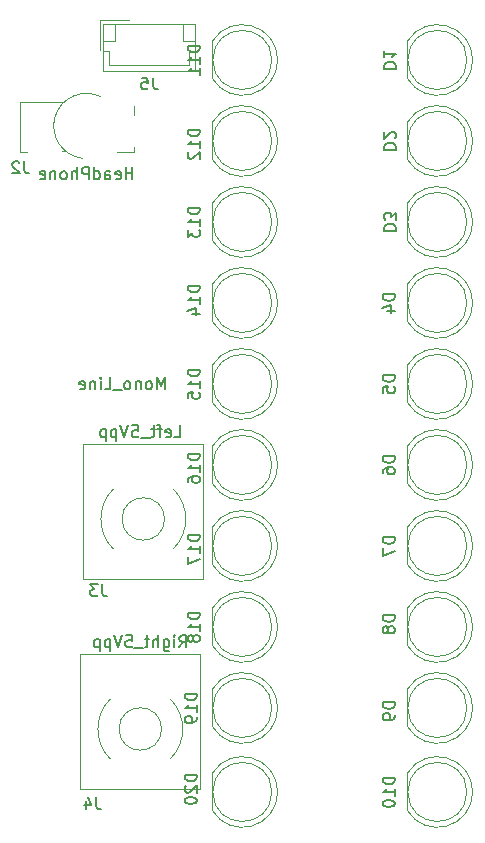
<source format=gbr>
%TF.GenerationSoftware,KiCad,Pcbnew,(5.1.10)-1*%
%TF.CreationDate,2022-02-04T18:43:22-05:00*%
%TF.ProjectId,OutputBoard_2,4f757470-7574-4426-9f61-72645f322e6b,rev?*%
%TF.SameCoordinates,Original*%
%TF.FileFunction,Legend,Bot*%
%TF.FilePolarity,Positive*%
%FSLAX46Y46*%
G04 Gerber Fmt 4.6, Leading zero omitted, Abs format (unit mm)*
G04 Created by KiCad (PCBNEW (5.1.10)-1) date 2022-02-04 18:43:22*
%MOMM*%
%LPD*%
G01*
G04 APERTURE LIST*
%ADD10C,0.150000*%
%ADD11C,0.120000*%
G04 APERTURE END LIST*
D10*
X66134761Y-63190380D02*
X66134761Y-62190380D01*
X66134761Y-62666571D02*
X65563333Y-62666571D01*
X65563333Y-63190380D02*
X65563333Y-62190380D01*
X64706190Y-63142761D02*
X64801428Y-63190380D01*
X64991904Y-63190380D01*
X65087142Y-63142761D01*
X65134761Y-63047523D01*
X65134761Y-62666571D01*
X65087142Y-62571333D01*
X64991904Y-62523714D01*
X64801428Y-62523714D01*
X64706190Y-62571333D01*
X64658571Y-62666571D01*
X64658571Y-62761809D01*
X65134761Y-62857047D01*
X63801428Y-63190380D02*
X63801428Y-62666571D01*
X63849047Y-62571333D01*
X63944285Y-62523714D01*
X64134761Y-62523714D01*
X64230000Y-62571333D01*
X63801428Y-63142761D02*
X63896666Y-63190380D01*
X64134761Y-63190380D01*
X64230000Y-63142761D01*
X64277619Y-63047523D01*
X64277619Y-62952285D01*
X64230000Y-62857047D01*
X64134761Y-62809428D01*
X63896666Y-62809428D01*
X63801428Y-62761809D01*
X62896666Y-63190380D02*
X62896666Y-62190380D01*
X62896666Y-63142761D02*
X62991904Y-63190380D01*
X63182380Y-63190380D01*
X63277619Y-63142761D01*
X63325238Y-63095142D01*
X63372857Y-62999904D01*
X63372857Y-62714190D01*
X63325238Y-62618952D01*
X63277619Y-62571333D01*
X63182380Y-62523714D01*
X62991904Y-62523714D01*
X62896666Y-62571333D01*
X62420476Y-63190380D02*
X62420476Y-62190380D01*
X62039523Y-62190380D01*
X61944285Y-62238000D01*
X61896666Y-62285619D01*
X61849047Y-62380857D01*
X61849047Y-62523714D01*
X61896666Y-62618952D01*
X61944285Y-62666571D01*
X62039523Y-62714190D01*
X62420476Y-62714190D01*
X61420476Y-63190380D02*
X61420476Y-62190380D01*
X60991904Y-63190380D02*
X60991904Y-62666571D01*
X61039523Y-62571333D01*
X61134761Y-62523714D01*
X61277619Y-62523714D01*
X61372857Y-62571333D01*
X61420476Y-62618952D01*
X60372857Y-63190380D02*
X60468095Y-63142761D01*
X60515714Y-63095142D01*
X60563333Y-62999904D01*
X60563333Y-62714190D01*
X60515714Y-62618952D01*
X60468095Y-62571333D01*
X60372857Y-62523714D01*
X60230000Y-62523714D01*
X60134761Y-62571333D01*
X60087142Y-62618952D01*
X60039523Y-62714190D01*
X60039523Y-62999904D01*
X60087142Y-63095142D01*
X60134761Y-63142761D01*
X60230000Y-63190380D01*
X60372857Y-63190380D01*
X59610952Y-62523714D02*
X59610952Y-63190380D01*
X59610952Y-62618952D02*
X59563333Y-62571333D01*
X59468095Y-62523714D01*
X59325238Y-62523714D01*
X59230000Y-62571333D01*
X59182380Y-62666571D01*
X59182380Y-63190380D01*
X58325238Y-63142761D02*
X58420476Y-63190380D01*
X58610952Y-63190380D01*
X58706190Y-63142761D01*
X58753809Y-63047523D01*
X58753809Y-62666571D01*
X58706190Y-62571333D01*
X58610952Y-62523714D01*
X58420476Y-62523714D01*
X58325238Y-62571333D01*
X58277619Y-62666571D01*
X58277619Y-62761809D01*
X58753809Y-62857047D01*
X68873238Y-80970380D02*
X68873238Y-79970380D01*
X68539904Y-80684666D01*
X68206571Y-79970380D01*
X68206571Y-80970380D01*
X67587523Y-80970380D02*
X67682761Y-80922761D01*
X67730380Y-80875142D01*
X67778000Y-80779904D01*
X67778000Y-80494190D01*
X67730380Y-80398952D01*
X67682761Y-80351333D01*
X67587523Y-80303714D01*
X67444666Y-80303714D01*
X67349428Y-80351333D01*
X67301809Y-80398952D01*
X67254190Y-80494190D01*
X67254190Y-80779904D01*
X67301809Y-80875142D01*
X67349428Y-80922761D01*
X67444666Y-80970380D01*
X67587523Y-80970380D01*
X66825619Y-80303714D02*
X66825619Y-80970380D01*
X66825619Y-80398952D02*
X66778000Y-80351333D01*
X66682761Y-80303714D01*
X66539904Y-80303714D01*
X66444666Y-80351333D01*
X66397047Y-80446571D01*
X66397047Y-80970380D01*
X65778000Y-80970380D02*
X65873238Y-80922761D01*
X65920857Y-80875142D01*
X65968476Y-80779904D01*
X65968476Y-80494190D01*
X65920857Y-80398952D01*
X65873238Y-80351333D01*
X65778000Y-80303714D01*
X65635142Y-80303714D01*
X65539904Y-80351333D01*
X65492285Y-80398952D01*
X65444666Y-80494190D01*
X65444666Y-80779904D01*
X65492285Y-80875142D01*
X65539904Y-80922761D01*
X65635142Y-80970380D01*
X65778000Y-80970380D01*
X65254190Y-81065619D02*
X64492285Y-81065619D01*
X63777999Y-80970380D02*
X64254190Y-80970380D01*
X64254190Y-79970380D01*
X63444666Y-80970380D02*
X63444666Y-80303714D01*
X63444666Y-79970380D02*
X63492285Y-80018000D01*
X63444666Y-80065619D01*
X63397047Y-80018000D01*
X63444666Y-79970380D01*
X63444666Y-80065619D01*
X62968476Y-80303714D02*
X62968476Y-80970380D01*
X62968476Y-80398952D02*
X62920857Y-80351333D01*
X62825619Y-80303714D01*
X62682761Y-80303714D01*
X62587523Y-80351333D01*
X62539904Y-80446571D01*
X62539904Y-80970380D01*
X61682761Y-80922761D02*
X61777999Y-80970380D01*
X61968476Y-80970380D01*
X62063714Y-80922761D01*
X62111333Y-80827523D01*
X62111333Y-80446571D01*
X62063714Y-80351333D01*
X61968476Y-80303714D01*
X61777999Y-80303714D01*
X61682761Y-80351333D01*
X61635142Y-80446571D01*
X61635142Y-80541809D01*
X62111333Y-80637047D01*
X70111523Y-102814380D02*
X70444857Y-102338190D01*
X70682952Y-102814380D02*
X70682952Y-101814380D01*
X70302000Y-101814380D01*
X70206761Y-101862000D01*
X70159142Y-101909619D01*
X70111523Y-102004857D01*
X70111523Y-102147714D01*
X70159142Y-102242952D01*
X70206761Y-102290571D01*
X70302000Y-102338190D01*
X70682952Y-102338190D01*
X69682952Y-102814380D02*
X69682952Y-102147714D01*
X69682952Y-101814380D02*
X69730571Y-101862000D01*
X69682952Y-101909619D01*
X69635333Y-101862000D01*
X69682952Y-101814380D01*
X69682952Y-101909619D01*
X68778190Y-102147714D02*
X68778190Y-102957238D01*
X68825809Y-103052476D01*
X68873428Y-103100095D01*
X68968666Y-103147714D01*
X69111523Y-103147714D01*
X69206761Y-103100095D01*
X68778190Y-102766761D02*
X68873428Y-102814380D01*
X69063904Y-102814380D01*
X69159142Y-102766761D01*
X69206761Y-102719142D01*
X69254380Y-102623904D01*
X69254380Y-102338190D01*
X69206761Y-102242952D01*
X69159142Y-102195333D01*
X69063904Y-102147714D01*
X68873428Y-102147714D01*
X68778190Y-102195333D01*
X68302000Y-102814380D02*
X68302000Y-101814380D01*
X67873428Y-102814380D02*
X67873428Y-102290571D01*
X67921047Y-102195333D01*
X68016285Y-102147714D01*
X68159142Y-102147714D01*
X68254380Y-102195333D01*
X68302000Y-102242952D01*
X67540095Y-102147714D02*
X67159142Y-102147714D01*
X67397238Y-101814380D02*
X67397238Y-102671523D01*
X67349619Y-102766761D01*
X67254380Y-102814380D01*
X67159142Y-102814380D01*
X67063904Y-102909619D02*
X66302000Y-102909619D01*
X65587714Y-101814380D02*
X66063904Y-101814380D01*
X66111523Y-102290571D01*
X66063904Y-102242952D01*
X65968666Y-102195333D01*
X65730571Y-102195333D01*
X65635333Y-102242952D01*
X65587714Y-102290571D01*
X65540095Y-102385809D01*
X65540095Y-102623904D01*
X65587714Y-102719142D01*
X65635333Y-102766761D01*
X65730571Y-102814380D01*
X65968666Y-102814380D01*
X66063904Y-102766761D01*
X66111523Y-102719142D01*
X65254380Y-101814380D02*
X64921047Y-102814380D01*
X64587714Y-101814380D01*
X64254380Y-102147714D02*
X64254380Y-103147714D01*
X64254380Y-102195333D02*
X64159142Y-102147714D01*
X63968666Y-102147714D01*
X63873428Y-102195333D01*
X63825809Y-102242952D01*
X63778190Y-102338190D01*
X63778190Y-102623904D01*
X63825809Y-102719142D01*
X63873428Y-102766761D01*
X63968666Y-102814380D01*
X64159142Y-102814380D01*
X64254380Y-102766761D01*
X63349619Y-102147714D02*
X63349619Y-103147714D01*
X63349619Y-102195333D02*
X63254380Y-102147714D01*
X63063904Y-102147714D01*
X62968666Y-102195333D01*
X62921047Y-102242952D01*
X62873428Y-102338190D01*
X62873428Y-102623904D01*
X62921047Y-102719142D01*
X62968666Y-102766761D01*
X63063904Y-102814380D01*
X63254380Y-102814380D01*
X63349619Y-102766761D01*
X69682952Y-85034380D02*
X70159142Y-85034380D01*
X70159142Y-84034380D01*
X68968666Y-84986761D02*
X69063904Y-85034380D01*
X69254380Y-85034380D01*
X69349619Y-84986761D01*
X69397238Y-84891523D01*
X69397238Y-84510571D01*
X69349619Y-84415333D01*
X69254380Y-84367714D01*
X69063904Y-84367714D01*
X68968666Y-84415333D01*
X68921047Y-84510571D01*
X68921047Y-84605809D01*
X69397238Y-84701047D01*
X68635333Y-84367714D02*
X68254380Y-84367714D01*
X68492476Y-85034380D02*
X68492476Y-84177238D01*
X68444857Y-84082000D01*
X68349619Y-84034380D01*
X68254380Y-84034380D01*
X68063904Y-84367714D02*
X67682952Y-84367714D01*
X67921047Y-84034380D02*
X67921047Y-84891523D01*
X67873428Y-84986761D01*
X67778190Y-85034380D01*
X67682952Y-85034380D01*
X67587714Y-85129619D02*
X66825809Y-85129619D01*
X66111523Y-84034380D02*
X66587714Y-84034380D01*
X66635333Y-84510571D01*
X66587714Y-84462952D01*
X66492476Y-84415333D01*
X66254380Y-84415333D01*
X66159142Y-84462952D01*
X66111523Y-84510571D01*
X66063904Y-84605809D01*
X66063904Y-84843904D01*
X66111523Y-84939142D01*
X66159142Y-84986761D01*
X66254380Y-85034380D01*
X66492476Y-85034380D01*
X66587714Y-84986761D01*
X66635333Y-84939142D01*
X65778190Y-84034380D02*
X65444857Y-85034380D01*
X65111523Y-84034380D01*
X64778190Y-84367714D02*
X64778190Y-85367714D01*
X64778190Y-84415333D02*
X64682952Y-84367714D01*
X64492476Y-84367714D01*
X64397238Y-84415333D01*
X64349619Y-84462952D01*
X64302000Y-84558190D01*
X64302000Y-84843904D01*
X64349619Y-84939142D01*
X64397238Y-84986761D01*
X64492476Y-85034380D01*
X64682952Y-85034380D01*
X64778190Y-84986761D01*
X63873428Y-84367714D02*
X63873428Y-85367714D01*
X63873428Y-84415333D02*
X63778190Y-84367714D01*
X63587714Y-84367714D01*
X63492476Y-84415333D01*
X63444857Y-84462952D01*
X63397238Y-84558190D01*
X63397238Y-84843904D01*
X63444857Y-84939142D01*
X63492476Y-84986761D01*
X63587714Y-85034380D01*
X63778190Y-85034380D01*
X63873428Y-84986761D01*
D11*
%TO.C,J2*%
X60350400Y-56626760D02*
X56621680Y-56626760D01*
X56621680Y-56626760D02*
X56621680Y-60873640D01*
X56621680Y-60873640D02*
X57210960Y-60873640D01*
X60167520Y-60817760D02*
X60502800Y-60807600D01*
X66294000Y-60436760D02*
X66294000Y-60914280D01*
X66294000Y-60914280D02*
X64851280Y-60914280D01*
X66278760Y-57774840D02*
X66278760Y-56962040D01*
X63504976Y-56226045D02*
G75*
G03*
X61925200Y-61417200I-1274976J-2447955D01*
G01*
%TO.C,D1*%
X89388000Y-54631000D02*
X89388000Y-51541000D01*
X94448000Y-53086000D02*
G75*
G03*
X94448000Y-53086000I-2500000J0D01*
G01*
X94938000Y-53086462D02*
G75*
G03*
X89388000Y-51541170I-2990000J462D01*
G01*
X94938000Y-53085538D02*
G75*
G02*
X89388000Y-54630830I-2990000J-462D01*
G01*
%TO.C,D2*%
X94448000Y-59944000D02*
G75*
G03*
X94448000Y-59944000I-2500000J0D01*
G01*
X89388000Y-61489000D02*
X89388000Y-58399000D01*
X94938000Y-59943538D02*
G75*
G02*
X89388000Y-61488830I-2990000J-462D01*
G01*
X94938000Y-59944462D02*
G75*
G03*
X89388000Y-58399170I-2990000J462D01*
G01*
%TO.C,D3*%
X89388000Y-68347000D02*
X89388000Y-65257000D01*
X94448000Y-66802000D02*
G75*
G03*
X94448000Y-66802000I-2500000J0D01*
G01*
X94938000Y-66802462D02*
G75*
G03*
X89388000Y-65257170I-2990000J462D01*
G01*
X94938000Y-66801538D02*
G75*
G02*
X89388000Y-68346830I-2990000J-462D01*
G01*
%TO.C,D4*%
X94448000Y-73660000D02*
G75*
G03*
X94448000Y-73660000I-2500000J0D01*
G01*
X89388000Y-75205000D02*
X89388000Y-72115000D01*
X94938000Y-73659538D02*
G75*
G02*
X89388000Y-75204830I-2990000J-462D01*
G01*
X94938000Y-73660462D02*
G75*
G03*
X89388000Y-72115170I-2990000J462D01*
G01*
%TO.C,D5*%
X89388000Y-82063000D02*
X89388000Y-78973000D01*
X94448000Y-80518000D02*
G75*
G03*
X94448000Y-80518000I-2500000J0D01*
G01*
X94938000Y-80518462D02*
G75*
G03*
X89388000Y-78973170I-2990000J462D01*
G01*
X94938000Y-80517538D02*
G75*
G02*
X89388000Y-82062830I-2990000J-462D01*
G01*
%TO.C,D6*%
X94448000Y-87376000D02*
G75*
G03*
X94448000Y-87376000I-2500000J0D01*
G01*
X89388000Y-88921000D02*
X89388000Y-85831000D01*
X94938000Y-87375538D02*
G75*
G02*
X89388000Y-88920830I-2990000J-462D01*
G01*
X94938000Y-87376462D02*
G75*
G03*
X89388000Y-85831170I-2990000J462D01*
G01*
%TO.C,D7*%
X89388000Y-95779000D02*
X89388000Y-92689000D01*
X94448000Y-94234000D02*
G75*
G03*
X94448000Y-94234000I-2500000J0D01*
G01*
X94938000Y-94234462D02*
G75*
G03*
X89388000Y-92689170I-2990000J462D01*
G01*
X94938000Y-94233538D02*
G75*
G02*
X89388000Y-95778830I-2990000J-462D01*
G01*
%TO.C,D8*%
X94448000Y-101092000D02*
G75*
G03*
X94448000Y-101092000I-2500000J0D01*
G01*
X89388000Y-102637000D02*
X89388000Y-99547000D01*
X94938000Y-101091538D02*
G75*
G02*
X89388000Y-102636830I-2990000J-462D01*
G01*
X94938000Y-101092462D02*
G75*
G03*
X89388000Y-99547170I-2990000J462D01*
G01*
%TO.C,D9*%
X89388000Y-109495000D02*
X89388000Y-106405000D01*
X94448000Y-107950000D02*
G75*
G03*
X94448000Y-107950000I-2500000J0D01*
G01*
X94938000Y-107950462D02*
G75*
G03*
X89388000Y-106405170I-2990000J462D01*
G01*
X94938000Y-107949538D02*
G75*
G02*
X89388000Y-109494830I-2990000J-462D01*
G01*
%TO.C,D10*%
X94448000Y-115062000D02*
G75*
G03*
X94448000Y-115062000I-2500000J0D01*
G01*
X89388000Y-116607000D02*
X89388000Y-113517000D01*
X94938000Y-115061538D02*
G75*
G02*
X89388000Y-116606830I-2990000J-462D01*
G01*
X94938000Y-115062462D02*
G75*
G03*
X89388000Y-113517170I-2990000J462D01*
G01*
%TO.C,D11*%
X72878000Y-54631000D02*
X72878000Y-51541000D01*
X77938000Y-53086000D02*
G75*
G03*
X77938000Y-53086000I-2500000J0D01*
G01*
X78428000Y-53086462D02*
G75*
G03*
X72878000Y-51541170I-2990000J462D01*
G01*
X78428000Y-53085538D02*
G75*
G02*
X72878000Y-54630830I-2990000J-462D01*
G01*
%TO.C,D12*%
X77938000Y-59944000D02*
G75*
G03*
X77938000Y-59944000I-2500000J0D01*
G01*
X72878000Y-61489000D02*
X72878000Y-58399000D01*
X78428000Y-59943538D02*
G75*
G02*
X72878000Y-61488830I-2990000J-462D01*
G01*
X78428000Y-59944462D02*
G75*
G03*
X72878000Y-58399170I-2990000J462D01*
G01*
%TO.C,D13*%
X72878000Y-68347000D02*
X72878000Y-65257000D01*
X77938000Y-66802000D02*
G75*
G03*
X77938000Y-66802000I-2500000J0D01*
G01*
X78428000Y-66802462D02*
G75*
G03*
X72878000Y-65257170I-2990000J462D01*
G01*
X78428000Y-66801538D02*
G75*
G02*
X72878000Y-68346830I-2990000J-462D01*
G01*
%TO.C,D14*%
X72878000Y-75205000D02*
X72878000Y-72115000D01*
X77938000Y-73660000D02*
G75*
G03*
X77938000Y-73660000I-2500000J0D01*
G01*
X78428000Y-73660462D02*
G75*
G03*
X72878000Y-72115170I-2990000J462D01*
G01*
X78428000Y-73659538D02*
G75*
G02*
X72878000Y-75204830I-2990000J-462D01*
G01*
%TO.C,D15*%
X72878000Y-82063000D02*
X72878000Y-78973000D01*
X77938000Y-80518000D02*
G75*
G03*
X77938000Y-80518000I-2500000J0D01*
G01*
X78428000Y-80518462D02*
G75*
G03*
X72878000Y-78973170I-2990000J462D01*
G01*
X78428000Y-80517538D02*
G75*
G02*
X72878000Y-82062830I-2990000J-462D01*
G01*
%TO.C,D16*%
X77938000Y-87376000D02*
G75*
G03*
X77938000Y-87376000I-2500000J0D01*
G01*
X72878000Y-88921000D02*
X72878000Y-85831000D01*
X78428000Y-87375538D02*
G75*
G02*
X72878000Y-88920830I-2990000J-462D01*
G01*
X78428000Y-87376462D02*
G75*
G03*
X72878000Y-85831170I-2990000J462D01*
G01*
%TO.C,D17*%
X77938000Y-94234000D02*
G75*
G03*
X77938000Y-94234000I-2500000J0D01*
G01*
X72878000Y-95779000D02*
X72878000Y-92689000D01*
X78428000Y-94233538D02*
G75*
G02*
X72878000Y-95778830I-2990000J-462D01*
G01*
X78428000Y-94234462D02*
G75*
G03*
X72878000Y-92689170I-2990000J462D01*
G01*
%TO.C,D18*%
X77938000Y-101092000D02*
G75*
G03*
X77938000Y-101092000I-2500000J0D01*
G01*
X72878000Y-102637000D02*
X72878000Y-99547000D01*
X78428000Y-101091538D02*
G75*
G02*
X72878000Y-102636830I-2990000J-462D01*
G01*
X78428000Y-101092462D02*
G75*
G03*
X72878000Y-99547170I-2990000J462D01*
G01*
%TO.C,D19*%
X72878000Y-109495000D02*
X72878000Y-106405000D01*
X77938000Y-107950000D02*
G75*
G03*
X77938000Y-107950000I-2500000J0D01*
G01*
X78428000Y-107950462D02*
G75*
G03*
X72878000Y-106405170I-2990000J462D01*
G01*
X78428000Y-107949538D02*
G75*
G02*
X72878000Y-109494830I-2990000J-462D01*
G01*
%TO.C,D20*%
X77938000Y-115062000D02*
G75*
G03*
X77938000Y-115062000I-2500000J0D01*
G01*
X72878000Y-116607000D02*
X72878000Y-113517000D01*
X78428000Y-115061538D02*
G75*
G02*
X72878000Y-116606830I-2990000J-462D01*
G01*
X78428000Y-115062462D02*
G75*
G03*
X72878000Y-113517170I-2990000J462D01*
G01*
%TO.C,J3*%
X68852051Y-91948000D02*
G75*
G03*
X68852051Y-91948000I-1796051J0D01*
G01*
X61976000Y-85598000D02*
X72136000Y-85598000D01*
X72136000Y-85598000D02*
X72136000Y-97028000D01*
X72136000Y-97028000D02*
X61976000Y-97028000D01*
X61976000Y-97028000D02*
X61976000Y-85598000D01*
X69595999Y-94487999D02*
G75*
G03*
X69595999Y-89408001I-2539999J2539999D01*
G01*
X64516001Y-89408001D02*
G75*
G03*
X64516001Y-94487999I2539999J-2539999D01*
G01*
%TO.C,J4*%
X61722000Y-114808000D02*
X61722000Y-103378000D01*
X71882000Y-114808000D02*
X61722000Y-114808000D01*
X71882000Y-103378000D02*
X71882000Y-114808000D01*
X61722000Y-103378000D02*
X71882000Y-103378000D01*
X68598051Y-109728000D02*
G75*
G03*
X68598051Y-109728000I-1796051J0D01*
G01*
X64262001Y-107188001D02*
G75*
G03*
X64262001Y-112267999I2539999J-2539999D01*
G01*
X69341999Y-112267999D02*
G75*
G03*
X69341999Y-107188001I-2539999J2539999D01*
G01*
%TO.C,J5*%
X63684000Y-54034000D02*
X63684000Y-50014000D01*
X63684000Y-50014000D02*
X71404000Y-50014000D01*
X71404000Y-50014000D02*
X71404000Y-54034000D01*
X71404000Y-54034000D02*
X63684000Y-54034000D01*
X63684000Y-52324000D02*
X64184000Y-52324000D01*
X64184000Y-52324000D02*
X64184000Y-53534000D01*
X64184000Y-53534000D02*
X70904000Y-53534000D01*
X70904000Y-53534000D02*
X70904000Y-52324000D01*
X70904000Y-52324000D02*
X71404000Y-52324000D01*
X63684000Y-51514000D02*
X64684000Y-51514000D01*
X64684000Y-51514000D02*
X64684000Y-50014000D01*
X71404000Y-51514000D02*
X70404000Y-51514000D01*
X70404000Y-51514000D02*
X70404000Y-50014000D01*
X63384000Y-52214000D02*
X63384000Y-49714000D01*
X63384000Y-49714000D02*
X65884000Y-49714000D01*
%TO.C,J2*%
D10*
X56975333Y-61682380D02*
X56975333Y-62396666D01*
X57022952Y-62539523D01*
X57118190Y-62634761D01*
X57261047Y-62682380D01*
X57356285Y-62682380D01*
X56546761Y-61777619D02*
X56499142Y-61730000D01*
X56403904Y-61682380D01*
X56165809Y-61682380D01*
X56070571Y-61730000D01*
X56022952Y-61777619D01*
X55975333Y-61872857D01*
X55975333Y-61968095D01*
X56022952Y-62110952D01*
X56594380Y-62682380D01*
X55975333Y-62682380D01*
%TO.C,D1*%
X87431619Y-53824095D02*
X88431619Y-53824095D01*
X88431619Y-53586000D01*
X88384000Y-53443142D01*
X88288761Y-53347904D01*
X88193523Y-53300285D01*
X88003047Y-53252666D01*
X87860190Y-53252666D01*
X87669714Y-53300285D01*
X87574476Y-53347904D01*
X87479238Y-53443142D01*
X87431619Y-53586000D01*
X87431619Y-53824095D01*
X87431619Y-52300285D02*
X87431619Y-52871714D01*
X87431619Y-52586000D02*
X88431619Y-52586000D01*
X88288761Y-52681238D01*
X88193523Y-52776476D01*
X88145904Y-52871714D01*
%TO.C,D2*%
X87431619Y-60682095D02*
X88431619Y-60682095D01*
X88431619Y-60444000D01*
X88384000Y-60301142D01*
X88288761Y-60205904D01*
X88193523Y-60158285D01*
X88003047Y-60110666D01*
X87860190Y-60110666D01*
X87669714Y-60158285D01*
X87574476Y-60205904D01*
X87479238Y-60301142D01*
X87431619Y-60444000D01*
X87431619Y-60682095D01*
X88336380Y-59729714D02*
X88384000Y-59682095D01*
X88431619Y-59586857D01*
X88431619Y-59348761D01*
X88384000Y-59253523D01*
X88336380Y-59205904D01*
X88241142Y-59158285D01*
X88145904Y-59158285D01*
X88003047Y-59205904D01*
X87431619Y-59777333D01*
X87431619Y-59158285D01*
%TO.C,D3*%
X87431619Y-67540095D02*
X88431619Y-67540095D01*
X88431619Y-67302000D01*
X88384000Y-67159142D01*
X88288761Y-67063904D01*
X88193523Y-67016285D01*
X88003047Y-66968666D01*
X87860190Y-66968666D01*
X87669714Y-67016285D01*
X87574476Y-67063904D01*
X87479238Y-67159142D01*
X87431619Y-67302000D01*
X87431619Y-67540095D01*
X88431619Y-66635333D02*
X88431619Y-66016285D01*
X88050666Y-66349619D01*
X88050666Y-66206761D01*
X88003047Y-66111523D01*
X87955428Y-66063904D01*
X87860190Y-66016285D01*
X87622095Y-66016285D01*
X87526857Y-66063904D01*
X87479238Y-66111523D01*
X87431619Y-66206761D01*
X87431619Y-66492476D01*
X87479238Y-66587714D01*
X87526857Y-66635333D01*
%TO.C,D4*%
X88336380Y-72921904D02*
X87336380Y-72921904D01*
X87336380Y-73160000D01*
X87384000Y-73302857D01*
X87479238Y-73398095D01*
X87574476Y-73445714D01*
X87764952Y-73493333D01*
X87907809Y-73493333D01*
X88098285Y-73445714D01*
X88193523Y-73398095D01*
X88288761Y-73302857D01*
X88336380Y-73160000D01*
X88336380Y-72921904D01*
X87669714Y-74350476D02*
X88336380Y-74350476D01*
X87288761Y-74112380D02*
X88003047Y-73874285D01*
X88003047Y-74493333D01*
%TO.C,D5*%
X88336380Y-79779904D02*
X87336380Y-79779904D01*
X87336380Y-80018000D01*
X87384000Y-80160857D01*
X87479238Y-80256095D01*
X87574476Y-80303714D01*
X87764952Y-80351333D01*
X87907809Y-80351333D01*
X88098285Y-80303714D01*
X88193523Y-80256095D01*
X88288761Y-80160857D01*
X88336380Y-80018000D01*
X88336380Y-79779904D01*
X87336380Y-81256095D02*
X87336380Y-80779904D01*
X87812571Y-80732285D01*
X87764952Y-80779904D01*
X87717333Y-80875142D01*
X87717333Y-81113238D01*
X87764952Y-81208476D01*
X87812571Y-81256095D01*
X87907809Y-81303714D01*
X88145904Y-81303714D01*
X88241142Y-81256095D01*
X88288761Y-81208476D01*
X88336380Y-81113238D01*
X88336380Y-80875142D01*
X88288761Y-80779904D01*
X88241142Y-80732285D01*
%TO.C,D6*%
X88336380Y-86637904D02*
X87336380Y-86637904D01*
X87336380Y-86876000D01*
X87384000Y-87018857D01*
X87479238Y-87114095D01*
X87574476Y-87161714D01*
X87764952Y-87209333D01*
X87907809Y-87209333D01*
X88098285Y-87161714D01*
X88193523Y-87114095D01*
X88288761Y-87018857D01*
X88336380Y-86876000D01*
X88336380Y-86637904D01*
X87336380Y-88066476D02*
X87336380Y-87876000D01*
X87384000Y-87780761D01*
X87431619Y-87733142D01*
X87574476Y-87637904D01*
X87764952Y-87590285D01*
X88145904Y-87590285D01*
X88241142Y-87637904D01*
X88288761Y-87685523D01*
X88336380Y-87780761D01*
X88336380Y-87971238D01*
X88288761Y-88066476D01*
X88241142Y-88114095D01*
X88145904Y-88161714D01*
X87907809Y-88161714D01*
X87812571Y-88114095D01*
X87764952Y-88066476D01*
X87717333Y-87971238D01*
X87717333Y-87780761D01*
X87764952Y-87685523D01*
X87812571Y-87637904D01*
X87907809Y-87590285D01*
%TO.C,D7*%
X88336380Y-93495904D02*
X87336380Y-93495904D01*
X87336380Y-93734000D01*
X87384000Y-93876857D01*
X87479238Y-93972095D01*
X87574476Y-94019714D01*
X87764952Y-94067333D01*
X87907809Y-94067333D01*
X88098285Y-94019714D01*
X88193523Y-93972095D01*
X88288761Y-93876857D01*
X88336380Y-93734000D01*
X88336380Y-93495904D01*
X87336380Y-94400666D02*
X87336380Y-95067333D01*
X88336380Y-94638761D01*
%TO.C,D8*%
X88336380Y-100099904D02*
X87336380Y-100099904D01*
X87336380Y-100338000D01*
X87384000Y-100480857D01*
X87479238Y-100576095D01*
X87574476Y-100623714D01*
X87764952Y-100671333D01*
X87907809Y-100671333D01*
X88098285Y-100623714D01*
X88193523Y-100576095D01*
X88288761Y-100480857D01*
X88336380Y-100338000D01*
X88336380Y-100099904D01*
X87764952Y-101242761D02*
X87717333Y-101147523D01*
X87669714Y-101099904D01*
X87574476Y-101052285D01*
X87526857Y-101052285D01*
X87431619Y-101099904D01*
X87384000Y-101147523D01*
X87336380Y-101242761D01*
X87336380Y-101433238D01*
X87384000Y-101528476D01*
X87431619Y-101576095D01*
X87526857Y-101623714D01*
X87574476Y-101623714D01*
X87669714Y-101576095D01*
X87717333Y-101528476D01*
X87764952Y-101433238D01*
X87764952Y-101242761D01*
X87812571Y-101147523D01*
X87860190Y-101099904D01*
X87955428Y-101052285D01*
X88145904Y-101052285D01*
X88241142Y-101099904D01*
X88288761Y-101147523D01*
X88336380Y-101242761D01*
X88336380Y-101433238D01*
X88288761Y-101528476D01*
X88241142Y-101576095D01*
X88145904Y-101623714D01*
X87955428Y-101623714D01*
X87860190Y-101576095D01*
X87812571Y-101528476D01*
X87764952Y-101433238D01*
%TO.C,D9*%
X88336380Y-107465904D02*
X87336380Y-107465904D01*
X87336380Y-107704000D01*
X87384000Y-107846857D01*
X87479238Y-107942095D01*
X87574476Y-107989714D01*
X87764952Y-108037333D01*
X87907809Y-108037333D01*
X88098285Y-107989714D01*
X88193523Y-107942095D01*
X88288761Y-107846857D01*
X88336380Y-107704000D01*
X88336380Y-107465904D01*
X88336380Y-108513523D02*
X88336380Y-108704000D01*
X88288761Y-108799238D01*
X88241142Y-108846857D01*
X88098285Y-108942095D01*
X87907809Y-108989714D01*
X87526857Y-108989714D01*
X87431619Y-108942095D01*
X87384000Y-108894476D01*
X87336380Y-108799238D01*
X87336380Y-108608761D01*
X87384000Y-108513523D01*
X87431619Y-108465904D01*
X87526857Y-108418285D01*
X87764952Y-108418285D01*
X87860190Y-108465904D01*
X87907809Y-108513523D01*
X87955428Y-108608761D01*
X87955428Y-108799238D01*
X87907809Y-108894476D01*
X87860190Y-108942095D01*
X87764952Y-108989714D01*
%TO.C,D10*%
X88336380Y-113847714D02*
X87336380Y-113847714D01*
X87336380Y-114085809D01*
X87384000Y-114228666D01*
X87479238Y-114323904D01*
X87574476Y-114371523D01*
X87764952Y-114419142D01*
X87907809Y-114419142D01*
X88098285Y-114371523D01*
X88193523Y-114323904D01*
X88288761Y-114228666D01*
X88336380Y-114085809D01*
X88336380Y-113847714D01*
X88336380Y-115371523D02*
X88336380Y-114800095D01*
X88336380Y-115085809D02*
X87336380Y-115085809D01*
X87479238Y-114990571D01*
X87574476Y-114895333D01*
X87622095Y-114800095D01*
X87336380Y-115990571D02*
X87336380Y-116085809D01*
X87384000Y-116181047D01*
X87431619Y-116228666D01*
X87526857Y-116276285D01*
X87717333Y-116323904D01*
X87955428Y-116323904D01*
X88145904Y-116276285D01*
X88241142Y-116228666D01*
X88288761Y-116181047D01*
X88336380Y-116085809D01*
X88336380Y-115990571D01*
X88288761Y-115895333D01*
X88241142Y-115847714D01*
X88145904Y-115800095D01*
X87955428Y-115752476D01*
X87717333Y-115752476D01*
X87526857Y-115800095D01*
X87431619Y-115847714D01*
X87384000Y-115895333D01*
X87336380Y-115990571D01*
%TO.C,D11*%
X71826380Y-51871714D02*
X70826380Y-51871714D01*
X70826380Y-52109809D01*
X70874000Y-52252666D01*
X70969238Y-52347904D01*
X71064476Y-52395523D01*
X71254952Y-52443142D01*
X71397809Y-52443142D01*
X71588285Y-52395523D01*
X71683523Y-52347904D01*
X71778761Y-52252666D01*
X71826380Y-52109809D01*
X71826380Y-51871714D01*
X71826380Y-53395523D02*
X71826380Y-52824095D01*
X71826380Y-53109809D02*
X70826380Y-53109809D01*
X70969238Y-53014571D01*
X71064476Y-52919333D01*
X71112095Y-52824095D01*
X71826380Y-54347904D02*
X71826380Y-53776476D01*
X71826380Y-54062190D02*
X70826380Y-54062190D01*
X70969238Y-53966952D01*
X71064476Y-53871714D01*
X71112095Y-53776476D01*
%TO.C,D12*%
X71826380Y-58983714D02*
X70826380Y-58983714D01*
X70826380Y-59221809D01*
X70874000Y-59364666D01*
X70969238Y-59459904D01*
X71064476Y-59507523D01*
X71254952Y-59555142D01*
X71397809Y-59555142D01*
X71588285Y-59507523D01*
X71683523Y-59459904D01*
X71778761Y-59364666D01*
X71826380Y-59221809D01*
X71826380Y-58983714D01*
X71826380Y-60507523D02*
X71826380Y-59936095D01*
X71826380Y-60221809D02*
X70826380Y-60221809D01*
X70969238Y-60126571D01*
X71064476Y-60031333D01*
X71112095Y-59936095D01*
X70921619Y-60888476D02*
X70874000Y-60936095D01*
X70826380Y-61031333D01*
X70826380Y-61269428D01*
X70874000Y-61364666D01*
X70921619Y-61412285D01*
X71016857Y-61459904D01*
X71112095Y-61459904D01*
X71254952Y-61412285D01*
X71826380Y-60840857D01*
X71826380Y-61459904D01*
%TO.C,D13*%
X71826380Y-65587714D02*
X70826380Y-65587714D01*
X70826380Y-65825809D01*
X70874000Y-65968666D01*
X70969238Y-66063904D01*
X71064476Y-66111523D01*
X71254952Y-66159142D01*
X71397809Y-66159142D01*
X71588285Y-66111523D01*
X71683523Y-66063904D01*
X71778761Y-65968666D01*
X71826380Y-65825809D01*
X71826380Y-65587714D01*
X71826380Y-67111523D02*
X71826380Y-66540095D01*
X71826380Y-66825809D02*
X70826380Y-66825809D01*
X70969238Y-66730571D01*
X71064476Y-66635333D01*
X71112095Y-66540095D01*
X70826380Y-67444857D02*
X70826380Y-68063904D01*
X71207333Y-67730571D01*
X71207333Y-67873428D01*
X71254952Y-67968666D01*
X71302571Y-68016285D01*
X71397809Y-68063904D01*
X71635904Y-68063904D01*
X71731142Y-68016285D01*
X71778761Y-67968666D01*
X71826380Y-67873428D01*
X71826380Y-67587714D01*
X71778761Y-67492476D01*
X71731142Y-67444857D01*
%TO.C,D14*%
X71826380Y-72191714D02*
X70826380Y-72191714D01*
X70826380Y-72429809D01*
X70874000Y-72572666D01*
X70969238Y-72667904D01*
X71064476Y-72715523D01*
X71254952Y-72763142D01*
X71397809Y-72763142D01*
X71588285Y-72715523D01*
X71683523Y-72667904D01*
X71778761Y-72572666D01*
X71826380Y-72429809D01*
X71826380Y-72191714D01*
X71826380Y-73715523D02*
X71826380Y-73144095D01*
X71826380Y-73429809D02*
X70826380Y-73429809D01*
X70969238Y-73334571D01*
X71064476Y-73239333D01*
X71112095Y-73144095D01*
X71159714Y-74572666D02*
X71826380Y-74572666D01*
X70778761Y-74334571D02*
X71493047Y-74096476D01*
X71493047Y-74715523D01*
%TO.C,D15*%
X71826380Y-79303714D02*
X70826380Y-79303714D01*
X70826380Y-79541809D01*
X70874000Y-79684666D01*
X70969238Y-79779904D01*
X71064476Y-79827523D01*
X71254952Y-79875142D01*
X71397809Y-79875142D01*
X71588285Y-79827523D01*
X71683523Y-79779904D01*
X71778761Y-79684666D01*
X71826380Y-79541809D01*
X71826380Y-79303714D01*
X71826380Y-80827523D02*
X71826380Y-80256095D01*
X71826380Y-80541809D02*
X70826380Y-80541809D01*
X70969238Y-80446571D01*
X71064476Y-80351333D01*
X71112095Y-80256095D01*
X70826380Y-81732285D02*
X70826380Y-81256095D01*
X71302571Y-81208476D01*
X71254952Y-81256095D01*
X71207333Y-81351333D01*
X71207333Y-81589428D01*
X71254952Y-81684666D01*
X71302571Y-81732285D01*
X71397809Y-81779904D01*
X71635904Y-81779904D01*
X71731142Y-81732285D01*
X71778761Y-81684666D01*
X71826380Y-81589428D01*
X71826380Y-81351333D01*
X71778761Y-81256095D01*
X71731142Y-81208476D01*
%TO.C,D16*%
X71826380Y-86415714D02*
X70826380Y-86415714D01*
X70826380Y-86653809D01*
X70874000Y-86796666D01*
X70969238Y-86891904D01*
X71064476Y-86939523D01*
X71254952Y-86987142D01*
X71397809Y-86987142D01*
X71588285Y-86939523D01*
X71683523Y-86891904D01*
X71778761Y-86796666D01*
X71826380Y-86653809D01*
X71826380Y-86415714D01*
X71826380Y-87939523D02*
X71826380Y-87368095D01*
X71826380Y-87653809D02*
X70826380Y-87653809D01*
X70969238Y-87558571D01*
X71064476Y-87463333D01*
X71112095Y-87368095D01*
X70826380Y-88796666D02*
X70826380Y-88606190D01*
X70874000Y-88510952D01*
X70921619Y-88463333D01*
X71064476Y-88368095D01*
X71254952Y-88320476D01*
X71635904Y-88320476D01*
X71731142Y-88368095D01*
X71778761Y-88415714D01*
X71826380Y-88510952D01*
X71826380Y-88701428D01*
X71778761Y-88796666D01*
X71731142Y-88844285D01*
X71635904Y-88891904D01*
X71397809Y-88891904D01*
X71302571Y-88844285D01*
X71254952Y-88796666D01*
X71207333Y-88701428D01*
X71207333Y-88510952D01*
X71254952Y-88415714D01*
X71302571Y-88368095D01*
X71397809Y-88320476D01*
%TO.C,D17*%
X71826380Y-93273714D02*
X70826380Y-93273714D01*
X70826380Y-93511809D01*
X70874000Y-93654666D01*
X70969238Y-93749904D01*
X71064476Y-93797523D01*
X71254952Y-93845142D01*
X71397809Y-93845142D01*
X71588285Y-93797523D01*
X71683523Y-93749904D01*
X71778761Y-93654666D01*
X71826380Y-93511809D01*
X71826380Y-93273714D01*
X71826380Y-94797523D02*
X71826380Y-94226095D01*
X71826380Y-94511809D02*
X70826380Y-94511809D01*
X70969238Y-94416571D01*
X71064476Y-94321333D01*
X71112095Y-94226095D01*
X70826380Y-95130857D02*
X70826380Y-95797523D01*
X71826380Y-95368952D01*
%TO.C,D18*%
X71826380Y-99877714D02*
X70826380Y-99877714D01*
X70826380Y-100115809D01*
X70874000Y-100258666D01*
X70969238Y-100353904D01*
X71064476Y-100401523D01*
X71254952Y-100449142D01*
X71397809Y-100449142D01*
X71588285Y-100401523D01*
X71683523Y-100353904D01*
X71778761Y-100258666D01*
X71826380Y-100115809D01*
X71826380Y-99877714D01*
X71826380Y-101401523D02*
X71826380Y-100830095D01*
X71826380Y-101115809D02*
X70826380Y-101115809D01*
X70969238Y-101020571D01*
X71064476Y-100925333D01*
X71112095Y-100830095D01*
X71254952Y-101972952D02*
X71207333Y-101877714D01*
X71159714Y-101830095D01*
X71064476Y-101782476D01*
X71016857Y-101782476D01*
X70921619Y-101830095D01*
X70874000Y-101877714D01*
X70826380Y-101972952D01*
X70826380Y-102163428D01*
X70874000Y-102258666D01*
X70921619Y-102306285D01*
X71016857Y-102353904D01*
X71064476Y-102353904D01*
X71159714Y-102306285D01*
X71207333Y-102258666D01*
X71254952Y-102163428D01*
X71254952Y-101972952D01*
X71302571Y-101877714D01*
X71350190Y-101830095D01*
X71445428Y-101782476D01*
X71635904Y-101782476D01*
X71731142Y-101830095D01*
X71778761Y-101877714D01*
X71826380Y-101972952D01*
X71826380Y-102163428D01*
X71778761Y-102258666D01*
X71731142Y-102306285D01*
X71635904Y-102353904D01*
X71445428Y-102353904D01*
X71350190Y-102306285D01*
X71302571Y-102258666D01*
X71254952Y-102163428D01*
%TO.C,D19*%
X71572380Y-106735714D02*
X70572380Y-106735714D01*
X70572380Y-106973809D01*
X70620000Y-107116666D01*
X70715238Y-107211904D01*
X70810476Y-107259523D01*
X71000952Y-107307142D01*
X71143809Y-107307142D01*
X71334285Y-107259523D01*
X71429523Y-107211904D01*
X71524761Y-107116666D01*
X71572380Y-106973809D01*
X71572380Y-106735714D01*
X71572380Y-108259523D02*
X71572380Y-107688095D01*
X71572380Y-107973809D02*
X70572380Y-107973809D01*
X70715238Y-107878571D01*
X70810476Y-107783333D01*
X70858095Y-107688095D01*
X71572380Y-108735714D02*
X71572380Y-108926190D01*
X71524761Y-109021428D01*
X71477142Y-109069047D01*
X71334285Y-109164285D01*
X71143809Y-109211904D01*
X70762857Y-109211904D01*
X70667619Y-109164285D01*
X70620000Y-109116666D01*
X70572380Y-109021428D01*
X70572380Y-108830952D01*
X70620000Y-108735714D01*
X70667619Y-108688095D01*
X70762857Y-108640476D01*
X71000952Y-108640476D01*
X71096190Y-108688095D01*
X71143809Y-108735714D01*
X71191428Y-108830952D01*
X71191428Y-109021428D01*
X71143809Y-109116666D01*
X71096190Y-109164285D01*
X71000952Y-109211904D01*
%TO.C,D20*%
X71572380Y-113593714D02*
X70572380Y-113593714D01*
X70572380Y-113831809D01*
X70620000Y-113974666D01*
X70715238Y-114069904D01*
X70810476Y-114117523D01*
X71000952Y-114165142D01*
X71143809Y-114165142D01*
X71334285Y-114117523D01*
X71429523Y-114069904D01*
X71524761Y-113974666D01*
X71572380Y-113831809D01*
X71572380Y-113593714D01*
X70667619Y-114546095D02*
X70620000Y-114593714D01*
X70572380Y-114688952D01*
X70572380Y-114927047D01*
X70620000Y-115022285D01*
X70667619Y-115069904D01*
X70762857Y-115117523D01*
X70858095Y-115117523D01*
X71000952Y-115069904D01*
X71572380Y-114498476D01*
X71572380Y-115117523D01*
X70572380Y-115736571D02*
X70572380Y-115831809D01*
X70620000Y-115927047D01*
X70667619Y-115974666D01*
X70762857Y-116022285D01*
X70953333Y-116069904D01*
X71191428Y-116069904D01*
X71381904Y-116022285D01*
X71477142Y-115974666D01*
X71524761Y-115927047D01*
X71572380Y-115831809D01*
X71572380Y-115736571D01*
X71524761Y-115641333D01*
X71477142Y-115593714D01*
X71381904Y-115546095D01*
X71191428Y-115498476D01*
X70953333Y-115498476D01*
X70762857Y-115546095D01*
X70667619Y-115593714D01*
X70620000Y-115641333D01*
X70572380Y-115736571D01*
%TO.C,J3*%
X63579333Y-97496380D02*
X63579333Y-98210666D01*
X63626952Y-98353523D01*
X63722190Y-98448761D01*
X63865047Y-98496380D01*
X63960285Y-98496380D01*
X63198380Y-97496380D02*
X62579333Y-97496380D01*
X62912666Y-97877333D01*
X62769809Y-97877333D01*
X62674571Y-97924952D01*
X62626952Y-97972571D01*
X62579333Y-98067809D01*
X62579333Y-98305904D01*
X62626952Y-98401142D01*
X62674571Y-98448761D01*
X62769809Y-98496380D01*
X63055523Y-98496380D01*
X63150761Y-98448761D01*
X63198380Y-98401142D01*
%TO.C,J4*%
X63071333Y-115530380D02*
X63071333Y-116244666D01*
X63118952Y-116387523D01*
X63214190Y-116482761D01*
X63357047Y-116530380D01*
X63452285Y-116530380D01*
X62166571Y-115863714D02*
X62166571Y-116530380D01*
X62404666Y-115482761D02*
X62642761Y-116197047D01*
X62023714Y-116197047D01*
%TO.C,J5*%
X67877333Y-54576380D02*
X67877333Y-55290666D01*
X67924952Y-55433523D01*
X68020190Y-55528761D01*
X68163047Y-55576380D01*
X68258285Y-55576380D01*
X66924952Y-54576380D02*
X67401142Y-54576380D01*
X67448761Y-55052571D01*
X67401142Y-55004952D01*
X67305904Y-54957333D01*
X67067809Y-54957333D01*
X66972571Y-55004952D01*
X66924952Y-55052571D01*
X66877333Y-55147809D01*
X66877333Y-55385904D01*
X66924952Y-55481142D01*
X66972571Y-55528761D01*
X67067809Y-55576380D01*
X67305904Y-55576380D01*
X67401142Y-55528761D01*
X67448761Y-55481142D01*
%TD*%
M02*

</source>
